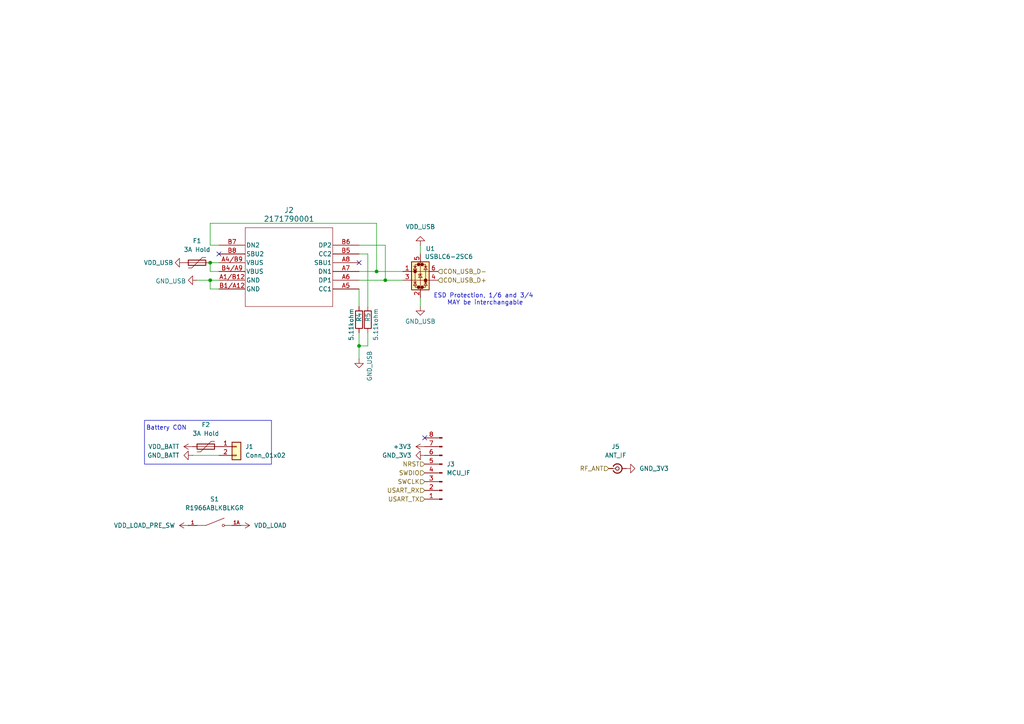
<source format=kicad_sch>
(kicad_sch (version 20231120) (generator "eeschema") (generator_version "8.0")
  (paper "A4")
  (lib_symbols
    (symbol "Connector:Conn_01x08_Pin" (pin_names (offset 1.016) hide)
      (property "Reference" "J" (at 0 10.16 0))
      (property "Value" "Conn_01x08_Pin" (at 0 -12.7 0))
      (symbol "Conn_01x08_Pin_1_1"
        (polyline (pts (xy 1.27 -10.16) (xy 0.8636 -10.16)) (stroke (width 0.1524)))
        (polyline (pts (xy 1.27 -7.62) (xy 0.8636 -7.62)) (stroke (width 0.1524)))
        (polyline (pts (xy 1.27 -5.08) (xy 0.8636 -5.08)) (stroke (width 0.1524)))
        (polyline (pts (xy 1.27 -2.54) (xy 0.8636 -2.54)) (stroke (width 0.1524)))
        (polyline (pts (xy 1.27 0) (xy 0.8636 0)) (stroke (width 0.1524)))
        (polyline (pts (xy 1.27 2.54) (xy 0.8636 2.54)) (stroke (width 0.1524)))
        (polyline (pts (xy 1.27 5.08) (xy 0.8636 5.08)) (stroke (width 0.1524)))
        (polyline (pts (xy 1.27 7.62) (xy 0.8636 7.62)) (stroke (width 0.1524)))
        (rectangle (start 0.8636 -10.033) (end 0 -10.287) (stroke (width 0.1524)) (fill (type outline)))
        (rectangle (start 0.8636 -7.493) (end 0 -7.747) (stroke (width 0.1524)) (fill (type outline)))
        (rectangle (start 0.8636 -4.953) (end 0 -5.207) (stroke (width 0.1524)) (fill (type outline)))
        (rectangle (start 0.8636 -2.413) (end 0 -2.667) (stroke (width 0.1524)) (fill (type outline)))
        (rectangle (start 0.8636 0.127) (end 0 -0.127) (stroke (width 0.1524)) (fill (type outline)))
        (rectangle (start 0.8636 2.667) (end 0 2.413) (stroke (width 0.1524)) (fill (type outline)))
        (rectangle (start 0.8636 5.207) (end 0 4.953) (stroke (width 0.1524)) (fill (type outline)))
        (rectangle (start 0.8636 7.747) (end 0 7.493) (stroke (width 0.1524)) (fill (type outline)))
        (pin passive line (at 5.08 7.62 180) (length 3.81) (name "Pin_1") (number "1"))
        (pin passive line (at 5.08 5.08 180) (length 3.81) (name "Pin_2") (number "2"))
        (pin passive line (at 5.08 2.54 180) (length 3.81) (name "Pin_3") (number "3"))
        (pin passive line (at 5.08 0 180) (length 3.81) (name "Pin_4") (number "4"))
        (pin passive line (at 5.08 -2.54 180) (length 3.81) (name "Pin_5") (number "5"))
        (pin passive line (at 5.08 -5.08 180) (length 3.81) (name "Pin_6") (number "6"))
        (pin passive line (at 5.08 -7.62 180) (length 3.81) (name "Pin_7") (number "7"))
        (pin passive line (at 5.08 -10.16 180) (length 3.81) (name "Pin_8") (number "8"))
      )
    )
    (symbol "Connector:Conn_Coaxial_Small" (pin_numbers hide) (pin_names (offset 1.016) hide)
      (property "Reference" "J" (at 0.254 3.048 0))
      (property "Value" "Conn_Coaxial_Small" (at 0 -3.81 0))
      (symbol "Conn_Coaxial_Small_0_1"
        (polyline (pts (xy -2.54 0) (xy -0.508 0)))
        (circle (center 0 0) (radius 0.508) (stroke (width 0.2032)))
      )
      (symbol "Conn_Coaxial_Small_1_1"
        (arc (start -1.1916 -0.6311) (mid 0.327 -1.3081) (end 1.3484 0.0039) (stroke (width 0.3048)))
        (arc (start 1.3484 -0.0039) (mid 0.327 1.3081) (end -1.1916 0.6311) (stroke (width 0.3048)))
        (pin passive line (at -2.54 0 0) (length 1.27) (name "In") (number "1"))
        (pin passive line (at 2.54 0 180) (length 1.27) (name "Ext") (number "2"))
      )
    )
    (symbol "Connector_Generic:Conn_01x02" (pin_names (offset 1.016) hide)
      (property "Reference" "J" (at 0 2.54 0))
      (property "Value" "Conn_01x02" (at 0 -5.08 0))
      (symbol "Conn_01x02_1_1"
        (rectangle (start -1.27 -2.413) (end 0 -2.667) (stroke (width 0.1524)))
        (rectangle (start -1.27 0.127) (end 0 -0.127) (stroke (width 0.1524)))
        (rectangle (start -1.27 1.27) (end 1.27 -3.81) (stroke (width 0.254)) (fill (type background)))
        (pin passive line (at -5.08 0 0) (length 3.81) (name "Pin_1") (number "1"))
        (pin passive line (at -5.08 -2.54 0) (length 3.81) (name "Pin_2") (number "2"))
      )
    )
    (symbol "Device:Polyfuse" (pin_numbers hide) (pin_names (offset 0))
      (property "Reference" "F" (at -2.54 0 90))
      (property "Value" "Polyfuse" (at 2.54 0 90))
      (symbol "Polyfuse_0_1"
        (rectangle (start -0.762 2.54) (end 0.762 -2.54) (stroke (width 0.254)))
        (polyline (pts (xy 0 2.54) (xy 0 -2.54)))
        (polyline (pts (xy -1.524 2.54) (xy -1.524 1.524) (xy 1.524 -1.524) (xy 1.524 -2.54)))
      )
      (symbol "Polyfuse_1_1"
        (pin passive line (at 0 3.81 270) (length 1.27) (name "~") (number "1"))
        (pin passive line (at 0 -3.81 90) (length 1.27) (name "~") (number "2"))
      )
    )
    (symbol "Device:R" (pin_numbers hide) (pin_names (offset 0))
      (property "Reference" "R" (at 2.032 0 90))
      (property "Value" "R" (at 0 0 90))
      (symbol "R_0_1"
        (rectangle (start -1.016 -2.54) (end 1.016 2.54) (stroke (width 0.254)))
      )
      (symbol "R_1_1"
        (pin passive line (at 0 3.81 270) (length 1.27) (name "~") (number "1"))
        (pin passive line (at 0 -3.81 90) (length 1.27) (name "~") (number "2"))
      )
    )
    (symbol "Power_Protection:USBLC6-2SC6" (pin_names hide)
      (property "Reference" "U" (at 0.635 5.715 0))
      (property "Value" "USBLC6-2SC6" (at 0.635 3.81 0))
      (symbol "USBLC6-2SC6_0_0"
        (circle (center -1.524 0) (radius 0.0001) (stroke (width 0.508)))
        (circle (center -0.508 -4.572) (radius 0.0001) (stroke (width 0.508)))
        (circle (center -0.508 2.032) (radius 0.0001) (stroke (width 0.508)))
        (circle (center 0.508 -4.572) (radius 0.0001) (stroke (width 0.508)))
        (circle (center 0.508 2.032) (radius 0.0001) (stroke (width 0.508)))
        (circle (center 1.524 -2.54) (radius 0.0001) (stroke (width 0.508)))
      )
      (symbol "USBLC6-2SC6_0_1"
        (polyline (pts (xy -2.54 -2.54) (xy 2.54 -2.54)))
        (polyline (pts (xy -2.54 0) (xy 2.54 0)))
        (polyline (pts (xy -2.032 -3.048) (xy -1.016 -3.048)))
        (polyline (pts (xy -1.016 1.524) (xy -2.032 1.524)))
        (polyline (pts (xy 1.016 -3.048) (xy 2.032 -3.048)))
        (polyline (pts (xy 1.016 1.524) (xy 2.032 1.524)))
        (polyline (pts (xy -0.508 -1.143) (xy -0.508 -0.762) (xy 0.508 -0.762)))
        (polyline (pts (xy -2.032 0.508) (xy -1.016 0.508) (xy -1.524 1.524) (xy -2.032 0.508)))
        (polyline (pts (xy -1.016 -4.064) (xy -2.032 -4.064) (xy -1.524 -3.048) (xy -1.016 -4.064)))
        (polyline (pts (xy 0.508 -1.778) (xy -0.508 -1.778) (xy 0 -0.762) (xy 0.508 -1.778)))
        (polyline (pts (xy 2.032 -4.064) (xy 1.016 -4.064) (xy 1.524 -3.048) (xy 2.032 -4.064)))
        (polyline (pts (xy 2.032 0.508) (xy 1.016 0.508) (xy 1.524 1.524) (xy 2.032 0.508)))
        (polyline (pts (xy 0 2.54) (xy -0.508 2.032) (xy 0.508 2.032) (xy 0 1.524) (xy 0 -4.064) (xy -0.508 -4.572) (xy 0.508 -4.572) (xy 0 -5.08)))
      )
      (symbol "USBLC6-2SC6_1_1"
        (rectangle (start -2.54 2.794) (end 2.54 -5.334) (stroke (width 0.254)) (fill (type background)))
        (polyline (pts (xy -0.508 2.032) (xy -1.524 2.032) (xy -1.524 -4.572) (xy -0.508 -4.572)))
        (polyline (pts (xy 0.508 -4.572) (xy 1.524 -4.572) (xy 1.524 2.032) (xy 0.508 2.032)))
        (pin passive line (at -5.08 0 0) (length 2.54) (name "I/O1") (number "1"))
        (pin passive line (at 0 -7.62 90) (length 2.54) (name "GND") (number "2"))
        (pin passive line (at -5.08 -2.54 0) (length 2.54) (name "I/O2") (number "3"))
        (pin passive line (at 5.08 -2.54 180) (length 2.54) (name "I/O2") (number "4"))
        (pin passive line (at 0 5.08 270) (length 2.54) (name "VBUS") (number "5"))
        (pin passive line (at 5.08 0 180) (length 2.54) (name "I/O1") (number "6"))
      )
    )
    (symbol "R1966ABLKBLKGR:R1966ABLKBLKGR" (pin_names (offset 1.016))
      (property "Reference" "S" (at -5.08 5.08 0))
      (property "Value" "R1966ABLKBLKGR" (at -5.08 -5.08 0))
      (symbol "R1966ABLKBLKGR_0_0"
        (polyline (pts (xy -2.54 0) (xy -5.08 0)) (stroke (width 0.1524)))
        (polyline (pts (xy -2.54 0) (xy 2.794 2.1336)) (stroke (width 0.1524)))
        (polyline (pts (xy 5.08 0) (xy 2.921 0)) (stroke (width 0.1524)))
        (circle (center 2.54 0) (radius 0.3302) (stroke (width 0.1524)))
        (pin passive line (at -7.62 0 0) (length 2.54) (name "~") (number "1"))
        (pin passive line (at 7.62 0 180) (length 2.54) (name "~") (number "1A"))
      )
    )
    (symbol "USB-C 2171790001:2171790001" (pin_names (offset 0.254))
      (property "Reference" "J" (at 20.32 10.16 0))
      (property "Value" "2171790001" (at 20.32 7.62 0))
      (symbol "2171790001_0_1"
        (polyline (pts (xy 7.62 -17.78) (xy 33.02 -17.78)) (stroke (width 0.127)))
        (polyline (pts (xy 7.62 5.08) (xy 7.62 -17.78)) (stroke (width 0.127)))
        (polyline (pts (xy 33.02 -17.78) (xy 33.02 5.08)) (stroke (width 0.127)))
        (polyline (pts (xy 33.02 5.08) (xy 7.62 5.08)) (stroke (width 0.127)))
        (pin power_out line (at 40.64 -2.54 180) (length 7.62) (name "GND") (number "A1/B12"))
        (pin power_in line (at 40.64 -7.62 180) (length 7.62) (name "VBUS") (number "A4/B9"))
        (pin bidirectional line (at 0 0 0) (length 7.62) (name "CC1") (number "A5"))
        (pin bidirectional line (at 0 -2.54 0) (length 7.62) (name "DP1") (number "A6"))
        (pin bidirectional line (at 0 -5.08 0) (length 7.62) (name "DN1") (number "A7"))
        (pin bidirectional line (at 0 -7.62 0) (length 7.62) (name "SBU1") (number "A8"))
        (pin power_out line (at 40.64 0 180) (length 7.62) (name "GND") (number "B1/A12"))
        (pin power_in line (at 40.64 -5.08 180) (length 7.62) (name "VBUS") (number "B4/A9"))
        (pin bidirectional line (at 0 -10.16 0) (length 7.62) (name "CC2") (number "B5"))
        (pin bidirectional line (at 0 -12.7 0) (length 7.62) (name "DP2") (number "B6"))
        (pin bidirectional line (at 40.64 -12.7 180) (length 7.62) (name "DN2") (number "B7"))
        (pin bidirectional line (at 40.64 -10.16 180) (length 7.62) (name "SBU2") (number "B8"))
      )
    )
    (symbol "power:+3V3" (power) (pin_numbers hide) (pin_names (offset 0) hide)
      (property "Value" "+3V3" (at 0 3.556 0))
      (symbol "+3V3_0_1"
        (polyline (pts (xy -0.762 1.27) (xy 0 2.54)))
        (polyline (pts (xy 0 0) (xy 0 2.54)))
        (polyline (pts (xy 0 2.54) (xy 0.762 1.27)))
      )
      (symbol "+3V3_1_1"
        (pin power_in line (at 0 0 90) (length 0) (name "~") (number "1"))
      )
    )
    (symbol "power:GND" (power) (pin_numbers hide) (pin_names (offset 0) hide)
      (property "Value" "GND" (at 0 -3.81 0))
      (symbol "GND_0_1"
        (polyline (pts (xy 0 0) (xy 0 -1.27) (xy 1.27 -1.27) (xy 0 -2.54) (xy -1.27 -1.27) (xy 0 -1.27)))
      )
      (symbol "GND_1_1"
        (pin power_in line (at 0 0 270) (length 0) (name "~") (number "1"))
      )
    )
  )
  (junction (at 111.76 81.28))
  (junction (at 60.96 76.2))
  (junction (at 60.96 81.28))
  (junction (at 104.14 100.33))
  (junction (at 109.22 78.74))
  (no_connect (at 63.5 73.66))
  (no_connect (at 104.14 76.2))
  (no_connect (at 123.19 127))
  (wire (pts (xy 60.96 64.77) (xy 60.96 71.12)))
  (wire (pts (xy 104.14 100.33) (xy 106.68 100.33)))
  (wire (pts (xy 63.5 83.82) (xy 60.96 83.82)))
  (wire (pts (xy 104.14 73.66) (xy 106.68 73.66)))
  (wire (pts (xy 106.68 73.66) (xy 106.68 88.9)))
  (wire (pts (xy 57.15 81.28) (xy 60.96 81.28)))
  (wire (pts (xy 106.68 100.33) (xy 106.68 96.52)))
  (wire (pts (xy 63.5 132.08) (xy 55.88 132.08)))
  (wire (pts (xy 104.14 81.28) (xy 111.76 81.28)))
  (wire (pts (xy 60.96 78.74) (xy 60.96 76.2)))
  (wire (pts (xy 104.14 83.82) (xy 104.14 88.9)))
  (wire (pts (xy 60.96 76.2) (xy 63.5 76.2)))
  (wire (pts (xy 104.14 96.52) (xy 104.14 100.33)))
  (wire (pts (xy 111.76 81.28) (xy 111.76 71.12)))
  (wire (pts (xy 104.14 100.33) (xy 104.14 104.14)))
  (wire (pts (xy 109.22 64.77) (xy 60.96 64.77)))
  (wire (pts (xy 63.5 78.74) (xy 60.96 78.74)))
  (wire (pts (xy 60.96 83.82) (xy 60.96 81.28)))
  (wire (pts (xy 109.22 64.77) (xy 109.22 78.74)))
  (wire (pts (xy 111.76 71.12) (xy 104.14 71.12)))
  (wire (pts (xy 60.96 81.28) (xy 63.5 81.28)))
  (wire (pts (xy 104.14 78.74) (xy 109.22 78.74)))
  (wire (pts (xy 121.92 71.12) (xy 121.92 73.66)))
  (wire (pts (xy 121.92 88.9) (xy 121.92 86.36)))
  (wire (pts (xy 111.76 81.28) (xy 116.84 81.28)))
  (wire (pts (xy 60.96 71.12) (xy 63.5 71.12)))
  (wire (pts (xy 109.22 78.74) (xy 116.84 78.74)))
  (rectangle (start 41.91 121.92) (end 78.74 134.62))
  (text "Battery CON" (at 48.26 124.206 0) (effects (font (size 1.27 1.27))))
  (text "ESD Protection, 1/6 and 3/4 \nMAY be interchangable" (at 140.716 86.868 0) (effects (font (size 1.27 1.27))))
  (hierarchical_label "SWCLK" (shape input) (at 123.19 139.7 180))
  (hierarchical_label "USART_RX" (shape input) (at 123.19 142.24 180))
  (hierarchical_label "CON_USB_D-" (shape input) (at 127 78.74 0))
  (hierarchical_label "NRST" (shape input) (at 123.19 134.62 180))
  (hierarchical_label "CON_USB_D+" (shape input) (at 127 81.28 0))
  (hierarchical_label "RF_ANT" (shape input) (at 176.53 135.89 180))
  (hierarchical_label "USART_TX" (shape input) (at 123.19 144.78 180))
  (hierarchical_label "SWDIO" (shape input) (at 123.19 137.16 180))
  (symbol (lib_id "Power_Protection:USBLC6-2SC6") (at 121.92 78.74 0) (unit 1)
    (property "Reference" "U1" (at 123.444 72.136 0) (effects (justify left)))
    (property "Value" "USBLC6-2SC6" (at 123.19 74.422 0) (effects (justify left)))
    (property "Footprint" "Package_TO_SOT_SMD:SOT-23-6" (effects (hide yes)))
    (property "Datasheet" "https://www.digikey.ca/en/products/detail/stmicroelectronics/USBLC6-2SC6/1040559" (effects (hide yes)))
    (property "Description" "Very low capacitance ESD protection diode, 2 data-line, SOT-23-6" (effects (hide yes)))
    (property "MANUF_PN" "USBLC6-2SC6" (effects (hide yes)))
  )
  (symbol (lib_id "power:+3V3") (at 123.19 129.54 90) (unit 1)
    (property "Reference" "#PWR031" (effects (hide yes)))
    (property "Value" "+3V3" (at 119.3 129.5399 90) (effects (justify left)))
    (property "Description" "Power symbol creates a global label with name \"+3V3\"" (effects (hide yes)))
  )
  (symbol (lib_id "Connector:Conn_01x08_Pin") (at 128.27 137.16 180) (unit 1)
    (property "Reference" "J3" (at 129.54 134.6199 0) (effects (justify right)))
    (property "Value" "MCU_IF" (at 129.54 137.1599 0) (effects (justify right)))
    (property "Footprint" "Connector_PinHeader_2.54mm:PinHeader_2x04_P2.54mm_Vertical" (effects (hide yes)))
    (property "Description" "Generic connector, single row, 01x08, script generated" (effects (hide yes)))
    (property "MANUF_PN" "PH2-08-UA" (effects (hide yes)))
  )
  (symbol (lib_id "power:GND") (at 104.14 104.14 0) (unit 1)
    (property "Reference" "#PWR028" (effects (hide yes)))
    (property "Value" "GND_USB" (at 107.188 106.172 90))
    (property "Description" "Power symbol creates a global label with name \"GND\" , ground" (effects (hide yes)))
  )
  (symbol (lib_id "Device:R") (at 104.14 92.71 0) (mirror x) (unit 1)
    (property "Reference" "R4" (at 104.14 90.678 90) (effects (justify left)))
    (property "Value" "5.11kohm" (at 101.854 89.408 90) (effects (justify left)))
    (property "Footprint" "Resistor_SMD:R_0603_1608Metric" (effects (hide yes)))
    (property "Description" "Resistor" (effects (hide yes)))
    (property "MANUF_PN" "CRCW06035K11FKEAC" (effects (hide yes)))
  )
  (symbol (lib_id "USB-C 2171790001:2171790001") (at 104.14 83.82 180) (unit 1)
    (property "Reference" "J2" (at 83.82 60.96 0) (effects (font (size 1.524 1.524))))
    (property "Value" "2171790001" (at 83.82 63.5 0) (effects (font (size 1.524 1.524))))
    (property "Footprint" "USB-C 2171790001:2171790001_MOL" (effects (hide yes)))
    (property "Datasheet" "https://www.digikey.ca/en/products/detail/molex/2171790001/13913749" (effects (hide yes)))
    (property "MANUF_PN" "2171790001" (effects (hide yes)))
  )
  (symbol (lib_id "Device:Polyfuse") (at 57.15 76.2 90) (unit 1)
    (property "Reference" "F1" (at 57.15 69.85 90))
    (property "Value" "3A Hold" (at 57.15 72.39 90))
    (property "Footprint" "Fuse:Fuse_1812_4532Metric_Pad1.30x3.40mm_HandSolder" (effects (hide yes)))
    (property "Description" "Resettable fuse, polymeric positive temperature coefficient" (effects (hide yes)))
    (property "MANUF_PN" "0ZCG0300FF2B" (effects (hide yes)))
  )
  (symbol (lib_id "power:+3V3") (at 69.85 152.4 270) (unit 1)
    (property "Reference" "#PWR027" (effects (hide yes)))
    (property "Value" "VDD_LOAD" (at 73.66 152.3999 90) (effects (justify left)))
    (property "Description" "Power symbol creates a global label with name \"+3V3\"" (effects (hide yes)))
  )
  (symbol (lib_id "power:GND") (at 123.19 132.08 270) (unit 1)
    (property "Reference" "#PWR032" (effects (hide yes)))
    (property "Value" "GND_3V3" (at 119.38 132.0799 90) (effects (justify right)))
    (property "Description" "Power symbol creates a global label with name \"GND\" , ground" (effects (hide yes)))
  )
  (symbol (lib_id "R1966ABLKBLKGR:R1966ABLKBLKGR") (at 62.23 152.4 0) (unit 1)
    (property "Reference" "S1" (at 62.23 144.78 0))
    (property "Value" "R1966ABLKBLKGR" (at 62.23 147.32 0))
    (property "Footprint" "R1966ABLKBLKGR:SW_R1966ABLKBLKGR" (effects (hide yes)))
    (property "Datasheet" "https://www.digikey.com/en/products/detail/e-switch/R1966ABLKBLKGR/379042" (effects (hide yes)))
    (property "PARTREV" "E" (effects (hide yes)))
    (property "SNAPEDA_PN" "R1966ABLKBLKGR" (effects (hide yes)))
    (property "STANDARD" "Manufacturer Recommendations" (effects (hide yes)))
    (property "MAXIMUM_PACKAGE_HEIGHT" "14.8 mm" (effects (hide yes)))
    (property "MANUFACTURER" "E-Switch" (effects (hide yes)))
    (property "MANUF_PN" "R1966ABLKBLKGR" (effects (hide yes)))
  )
  (symbol (lib_id "power:GND") (at 121.92 88.9 0) (unit 1)
    (property "Reference" "#PWR030" (effects (hide yes)))
    (property "Value" "GND_USB" (at 121.92 93.218 0))
    (property "Description" "Power symbol creates a global label with name \"GND\" , ground" (effects (hide yes)))
  )
  (symbol (lib_id "power:GND") (at 57.15 81.28 270) (unit 1)
    (property "Reference" "#PWR026" (effects (hide yes)))
    (property "Value" "GND_USB" (at 49.53 81.534 90))
    (property "Description" "Power symbol creates a global label with name \"GND\" , ground" (effects (hide yes)))
  )
  (symbol (lib_id "power:GND") (at 121.92 71.12 180) (unit 1)
    (property "Reference" "#PWR029" (effects (hide yes)))
    (property "Value" "VDD_USB" (at 121.92 65.786 0))
    (property "Description" "Power symbol creates a global label with name \"GND\" , ground" (effects (hide yes)))
  )
  (symbol (lib_id "power:+3V3") (at 54.61 152.4 90) (unit 1)
    (property "Reference" "#PWR022" (effects (hide yes)))
    (property "Value" "VDD_LOAD_PRE_SW" (at 50.8 152.3999 90) (effects (justify left)))
    (property "Description" "Power symbol creates a global label with name \"+3V3\"" (effects (hide yes)))
  )
  (symbol (lib_id "Connector_Generic:Conn_01x02") (at 68.58 129.54 0) (unit 1)
    (property "Reference" "J1" (at 71.12 129.5399 0) (effects (justify left)))
    (property "Value" "Conn_01x02" (at 71.12 132.0799 0) (effects (justify left)))
    (property "Footprint" "Connector_JST:JST_XH_B2B-XH-AM_1x02_P2.50mm_Vertical" (effects (hide yes)))
    (property "Description" "Generic connector, single row, 01x02, script generated (kicad-library-utils/schlib/autogen/connector/)" (effects (hide yes)))
    (property "MANUF_PN" "B2B-XH-AM" (effects (hide yes)))
  )
  (symbol (lib_id "power:+3V3") (at 55.88 129.54 90) (unit 1)
    (property "Reference" "#PWR023" (effects (hide yes)))
    (property "Value" "VDD_BATT" (at 52.07 129.5399 90) (effects (justify left)))
    (property "Description" "Power symbol creates a global label with name \"+3V3\"" (effects (hide yes)))
  )
  (symbol (lib_id "Device:R") (at 106.68 92.71 180) (unit 1)
    (property "Reference" "R5" (at 106.68 90.678 90) (effects (justify left)))
    (property "Value" "5.11kohm" (at 108.966 89.408 90) (effects (justify left)))
    (property "Footprint" "Resistor_SMD:R_0603_1608Metric" (effects (hide yes)))
    (property "Description" "Resistor" (effects (hide yes)))
    (property "MANUF_PN" "CRCW06035K11FKEAC" (effects (hide yes)))
  )
  (symbol (lib_id "power:GND") (at 55.88 132.08 270) (unit 1)
    (property "Reference" "#PWR024" (effects (hide yes)))
    (property "Value" "GND_BATT" (at 52.07 132.0799 90) (effects (justify right)))
    (property "Description" "Power symbol creates a global label with name \"GND\" , ground" (effects (hide yes)))
  )
  (symbol (lib_id "power:GND") (at 181.61 135.89 90) (unit 1)
    (property "Reference" "#PWR035" (effects (hide yes)))
    (property "Value" "GND_3V3" (at 185.42 135.8899 90) (effects (justify right)))
    (property "Description" "Power symbol creates a global label with name \"GND\" , ground" (effects (hide yes)))
  )
  (symbol (lib_id "Device:Polyfuse") (at 59.69 129.54 90) (unit 1)
    (property "Reference" "F2" (at 59.69 123.19 90))
    (property "Value" "3A Hold" (at 59.69 125.73 90))
    (property "Footprint" "Fuse:Fuse_1812_4532Metric_Pad1.30x3.40mm_HandSolder" (effects (hide yes)))
    (property "Description" "Resettable fuse, polymeric positive temperature coefficient" (effects (hide yes)))
    (property "MANUF_PN" "0ZCG0300FF2B" (effects (hide yes)))
  )
  (symbol (lib_id "power:GND") (at 53.34 76.2 270) (unit 1)
    (property "Reference" "#PWR025" (effects (hide yes)))
    (property "Value" "VDD_USB" (at 45.974 76.2 90))
    (property "Description" "Power symbol creates a global label with name \"GND\" , ground" (effects (hide yes)))
  )
  (symbol (lib_id "Connector:Conn_Coaxial_Small") (at 179.07 135.89 0) (unit 1)
    (property "Reference" "J5" (at 178.5504 129.54 0))
    (property "Value" "ANT_IF" (at 178.5504 132.08 0))
    (property "Footprint" "Connector_Coaxial:SMA_Molex_73251-1153_EdgeMount_Horizontal" (effects (hide yes)))
    (property "Description" "small coaxial connector (BNC, SMA, SMB, SMC, Cinch/RCA, LEMO, ...)" (effects (hide yes)))
    (property "MANUF_PN" "0732511153" (effects (hide yes)))
  )
)
</source>
